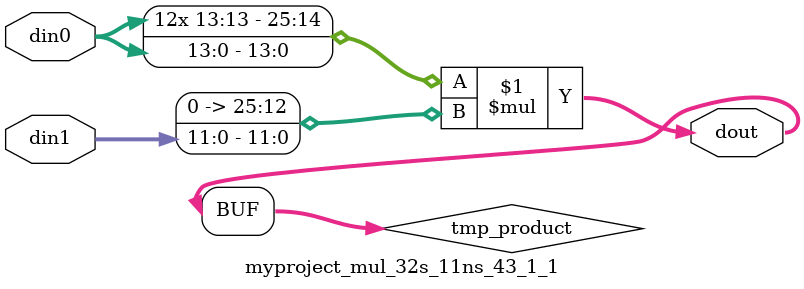
<source format=v>

`timescale 1 ns / 1 ps

  module myproject_mul_32s_11ns_43_1_1(din0, din1, dout);
parameter ID = 1;
parameter NUM_STAGE = 0;
parameter din0_WIDTH = 14;
parameter din1_WIDTH = 12;
parameter dout_WIDTH = 26;

input [din0_WIDTH - 1 : 0] din0; 
input [din1_WIDTH - 1 : 0] din1; 
output [dout_WIDTH - 1 : 0] dout;

wire signed [dout_WIDTH - 1 : 0] tmp_product;












assign tmp_product = $signed(din0) * $signed({1'b0, din1});









assign dout = tmp_product;







endmodule

</source>
